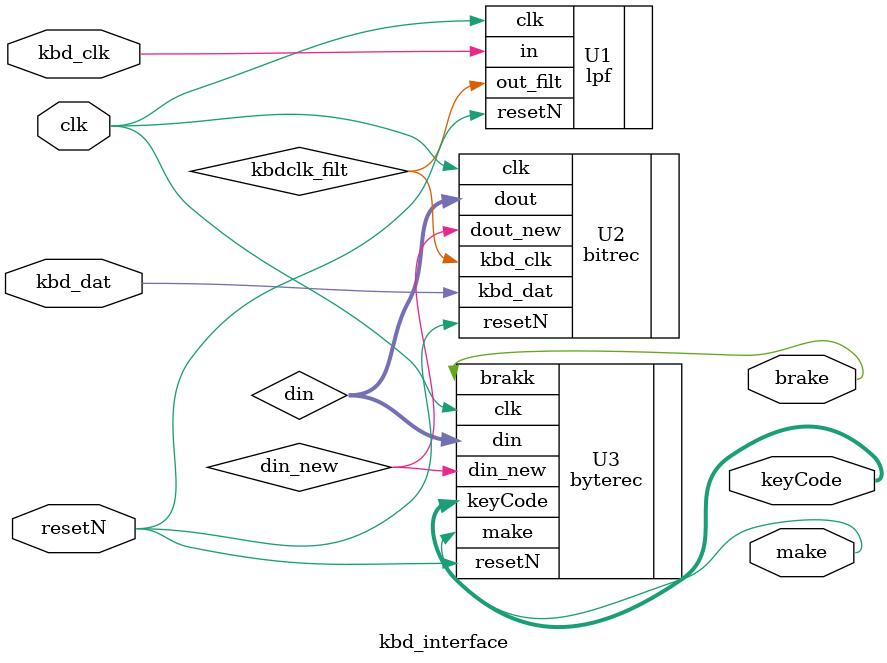
<source format=sv>

module kbd_interface 	
 ( 
   input	   logic  clk,
	input	   logic  resetN, 
	input	   logic  kbd_dat,
	input	   logic  kbd_clk,
   output  logic [8:0]	keyCode,	
   output  logic 	make,	
   output  logic 	brake	
	 
  ) ;

// internaal wires 
 logic [7:0]din  ; 
 logic din_new ; 
 logic kbdclk_filt ; 

// sub modules 
///intantiation

lpf #(.FILTER_SIZE (2))  
U1
 (
   .resetN(resetN),  
	.clk (clk),
	.in (kbd_clk),
	.out_filt(kbdclk_filt)
	) ; 
	

bitrec U2(
	.resetN(resetN),  
	.clk (clk),
	.kbd_dat(kbd_dat),
	.kbd_clk(kbdclk_filt),
	.dout_new (din_new), 	
	.dout (din) 
) ; 
	
	
	byterec U3(
	.resetN(resetN),  
	.clk (clk),
	.din  (din), 
	.din_new (din_new), 	
	.keyCode (keyCode), 
   .make(make),
   .brakk(brake)
) ; 
	


endmodule



</source>
